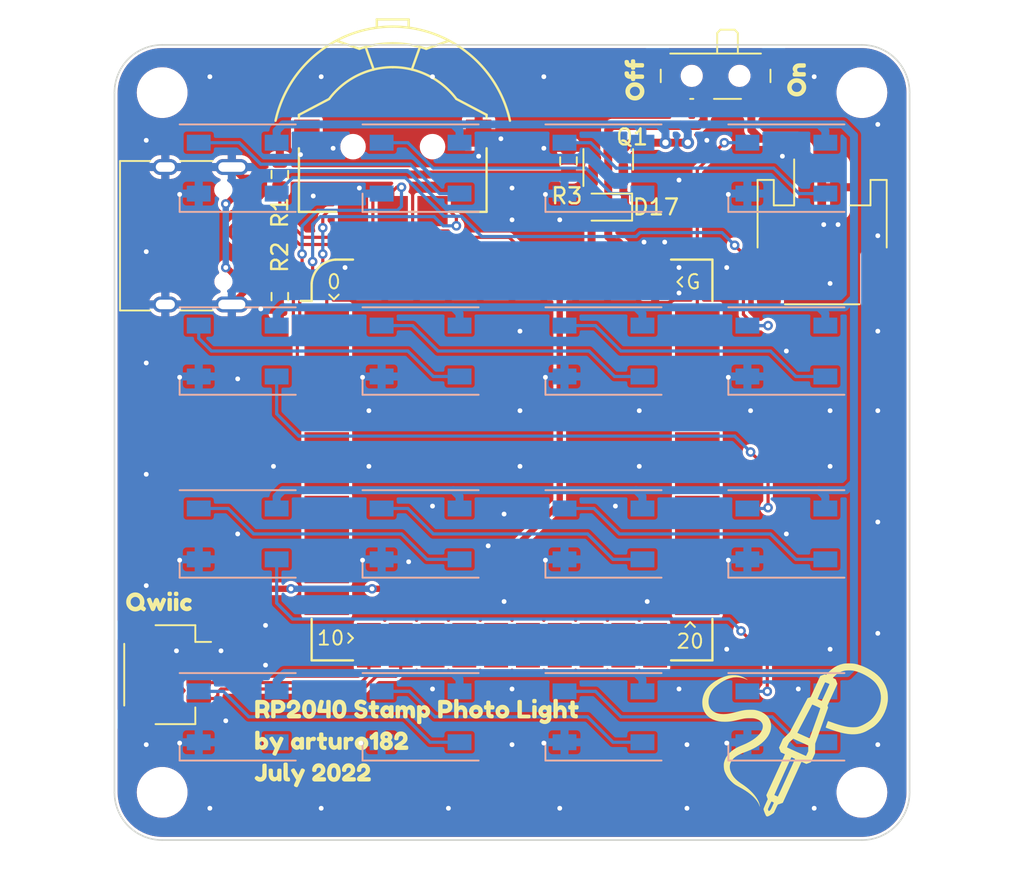
<source format=kicad_pcb>
(kicad_pcb (version 20211014) (generator pcbnew)
  (layers (0 "F.Cu" signal) (31 "B.Cu" signal) (34 "B.Paste" user) (35 "F.Paste" user) (36 "B.SilkS" user "B.Silkscreen") (37 "F.SilkS" user "F.Silkscreen") (38 "B.Mask" user) (39 "F.Mask" user) (44 "Edge.Cuts" user))
  (net 0 "")
  (net 1 "VDD")
  (net 2 "Net-(D1-Pad2)")
  (net 3 "GND")
  (net 4 "/NEOPIXEL")
  (net 5 "Net-(D2-Pad2)")
  (net 6 "Net-(D3-Pad2)")
  (net 7 "Net-(D4-Pad2)")
  (net 8 "Net-(D5-Pad2)")
  (net 9 "Net-(D6-Pad2)")
  (net 10 "Net-(D7-Pad2)")
  (net 11 "Net-(D10-Pad4)")
  (net 12 "+5V")
  (net 13 "Net-(D10-Pad2)")
  (net 14 "Net-(D11-Pad2)")
  (net 15 "Net-(D12-Pad2)")
  (net 16 "Net-(D13-Pad2)")
  (net 17 "Net-(D14-Pad2)")
  (net 18 "Net-(D15-Pad2)")
  (net 19 "Net-(J1-PadA5)")
  (net 20 "/USB_D+")
  (net 21 "/USB_D-")
  (net 23 "Net-(J1-PadB5)")
  (net 25 "+3.3V")
  (net 26 "/SDA")
  (net 27 "/SCL")
  (net 28 "Net-(J3-Pad1)")
  (net 29 "+BATT")
  (net 56 "Net-(D8-Pad2)")
  (net 59 "/SW_CENTER")
  (net 60 "/SW_LEFT")
  (net 61 "/SW_RIGHT")
  (footprint "Connector_USB:USB_C_Receptacle_HRO_TYPE-C-31-M-12" (layer "F.Cu") (at 99.25 77 -90)
    (fp_text reference "J1" hide)
    (fp_text value "USB_C_Receptacle_USB2.0")
  )
  (footprint "kibuzzard-62CB65A7" (layer "F.Cu") (at 97.8 100)
    (fp_text reference "kibuzzard-62CB65A7" hide)
    (fp_text value "G***" hide)
  )
  (footprint "Symbols_Extra:SolderParty-New-Logo_12.5x10.6mm_SilkScreen" (layer "F.Cu") (at 138.2 108.3)
    (fp_text reference "G***" hide)
    (fp_text value "LOGO" hide)
  )
  (footprint "Connector_JST:JST_SH_SM04B-SRSS-TB_1x04-1MP_P1.00mm_Horizontal" (layer "F.Cu") (at 98.3 104.6 -90)
    (fp_text reference "J2" hide)
    (fp_text value "Conn_Qwiic")
  )
  (footprint "Package_TO_SOT_SMD:SOT-23" (layer "F.Cu") (at 126.05 72.2 90)
    (fp_text reference "Q1")
    (fp_text value "BSS84")
  )
  (footprint "Button_Switch_SMD:SW_SPDT_PCM12" (layer "F.Cu") (at 132.8 67.275 180)
    (fp_text reference "SW1" hide)
    (fp_text value "SW_POWER")
  )
  (footprint "kibuzzard-62CB6586" (layer "F.Cu") (at 137.9 67.2 90)
    (fp_text reference "kibuzzard-62CB6586" hide)
    (fp_text value "G***" hide)
  )
  (footprint "kibuzzard-62CB6590" (layer "F.Cu") (at 127.7 67.2 90)
    (fp_text reference "kibuzzard-62CB6590" hide)
    (fp_text value "G***" hide)
  )
  (footprint "Button_Switch_SMD_Extra:MCPL3-AC-V" (layer "F.Cu") (at 112.50017 71.4)
    (fp_text reference "U2" hide)
    (fp_text value "SW_Rocker")
  )
  (footprint "Resistor_SMD:R_0603_1608Metric" (layer "F.Cu") (at 105.4 73.15 90)
    (fp_text reference "R1")
    (fp_text value "5.1K")
  )
  (footprint "MountingHole:MountingHole_2.7mm_M2.5" (layer "F.Cu") (at 142 112)
    (fp_text reference "REF**" hide)
    (fp_text value "MountingHole_2.7mm_M2.5")
  )
  (footprint "MountingHole:MountingHole_2.7mm_M2.5" (layer "F.Cu") (at 142 68)
    (fp_text reference "REF**" hide)
    (fp_text value "MountingHole_2.7mm_M2.5")
  )
  (footprint "MountingHole:MountingHole_2.7mm_M2.5" (layer "F.Cu") (at 98 68)
    (fp_text reference "REF**" hide)
    (fp_text value "MountingHole_2.7mm_M2.5")
  )
  (footprint "kibuzzard-62CB65FC" (layer "F.Cu") (at 114 108.9)
    (fp_text reference "kibuzzard-62CB65FC" hide)
    (fp_text value "G***" hide)
  )
  (footprint "Resistor_SMD:R_0603_1608Metric" (layer "F.Cu") (at 105.4 80.825 -90)
    (fp_text reference "R2")
    (fp_text value "5.1K")
  )
  (footprint "Connector_JST:JST_PH_S2B-PH-SM4-TB_1x02-1MP_P2.00mm_Horizontal" (layer "F.Cu") (at 139.5 76.8)
    (fp_text reference "J3" hide)
    (fp_text value "Conn_Batt")
  )
  (footprint "MountingHole:MountingHole_2.7mm_M2.5" (layer "F.Cu") (at 98 112)
    (fp_text reference "REF**" hide)
    (fp_text value "MountingHole_2.7mm_M2.5")
  )
  (footprint "Resistor_SMD:R_0603_1608Metric" (layer "F.Cu") (at 123.55 72.3 -90)
    (fp_text reference "R3")
    (fp_text value "100K")
  )
  (footprint "Diode_SMD:D_SOD-323" (layer "F.Cu") (at 126.05 75.2 180)
    (fp_text reference "D17")
    (fp_text value "D_Schottky_Small")
  )
  (footprint "RP2040_Stamp:RP2040_Stamp_SMD" (layer "F.Cu") (at 120 91.1)
    (fp_text reference "U1" hide)
    (fp_text value "RP2040_Stamp")
  )
  (footprint "LED_SMD:LED_WS2812B_PLCC4_5.0x5.0mm_P3.2mm" (layer "B.Cu") (at 114.25 95.75 180)
    (fp_text reference "D11" hide)
    (fp_text value "WS2812C")
  )
  (footprint "LED_SMD:LED_WS2812B_PLCC4_5.0x5.0mm_P3.2mm" (layer "B.Cu") (at 102.75 72.75 180)
    (fp_text reference "D4" hide)
    (fp_text value "WS2812C")
  )
  (footprint "LED_SMD:LED_WS2812B_PLCC4_5.0x5.0mm_P3.2mm" (layer "B.Cu") (at 125.75 84.25 180)
    (fp_text reference "D6" hide)
    (fp_text value "WS2812C")
  )
  (footprint "LED_SMD:LED_WS2812B_PLCC4_5.0x5.0mm_P3.2mm" (layer "B.Cu") (at 125.75 72.75 180)
    (fp_text reference "D2" hide)
    (fp_text value "WS2812C")
  )
  (footprint "LED_SMD:LED_WS2812B_PLCC4_5.0x5.0mm_P3.2mm" (layer "B.Cu") (at 137.25 72.75 180)
    (fp_text reference "D1" hide)
    (fp_text value "WS2812C")
  )
  (footprint "LED_SMD:LED_WS2812B_PLCC4_5.0x5.0mm_P3.2mm" (layer "B.Cu") (at 102.75 107.25 180)
    (fp_text reference "D16" hide)
    (fp_text value "WS2812C")
  )
  (footprint "LED_SMD:LED_WS2812B_PLCC4_5.0x5.0mm_P3.2mm" (layer "B.Cu") (at 102.75 84.25 180)
    (fp_text reference "D8" hide)
    (fp_text value "WS2812C")
  )
  (footprint "LED_SMD:LED_WS2812B_PLCC4_5.0x5.0mm_P3.2mm" (layer "B.Cu") (at 114.25 84.25 180)
    (fp_text reference "D7" hide)
    (fp_text value "WS2812C")
  )
  (footprint "LED_SMD:LED_WS2812B_PLCC4_5.0x5.0mm_P3.2mm" (layer "B.Cu") (at 125.75 107.25 180)
    (fp_text reference "D14" hide)
    (fp_text value "WS2812C")
  )
  (footprint "LED_SMD:LED_WS2812B_PLCC4_5.0x5.0mm_P3.2mm" (layer "B.Cu") (at 137.25 95.75 180)
    (fp_text reference "D9" hide)
    (fp_text value "WS2812C")
  )
  (footprint "LED_SMD:LED_WS2812B_PLCC4_5.0x5.0mm_P3.2mm" (layer "B.Cu") (at 114.25 107.25 180)
    (fp_text reference "D15" hide)
    (fp_text value "WS2812C")
  )
  (footprint "LED_SMD:LED_WS2812B_PLCC4_5.0x5.0mm_P3.2mm" (layer "B.Cu") (at 102.75 95.75 180)
    (fp_text reference "D12" hide)
    (fp_text value "WS2812C")
  )
  (footprint "LED_SMD:LED_WS2812B_PLCC4_5.0x5.0mm_P3.2mm" (layer "B.Cu") (at 125.75 95.75 180)
    (fp_text reference "D10" hide)
    (fp_text value "WS2812C")
  )
  (footprint "LED_SMD:LED_WS2812B_PLCC4_5.0x5.0mm_P3.2mm" (layer "B.Cu") (at 137.25 84.25 180)
    (fp_text reference "D5" hide)
    (fp_text value "WS2812C")
  )
  (footprint "LED_SMD:LED_WS2812B_PLCC4_5.0x5.0mm_P3.2mm" (layer "B.Cu") (at 114.25 72.75 180)
    (fp_text reference "D3" hide)
    (fp_text value "WS2812C")
  )
  (footprint "LED_SMD:LED_WS2812B_PLCC4_5.0x5.0mm_P3.2mm" (layer "B.Cu") (at 137.25 107.25 180)
    (fp_text reference "D13" hide)
    (fp_text value "WS2812C")
  )
  (gr_arc (start 142 65) (mid 144.121321 65.87868) (end 145 68) (layer "Edge.Cuts") (width 0.1))
  (gr_line (start 145 68) (end 145 112) (layer "Edge.Cuts") (width 0.1))
  (gr_line (start 95 112) (end 95 68) (layer "Edge.Cuts") (width 0.1))
  (gr_line (start 142 115) (end 98 115) (layer "Edge.Cuts") (width 0.1))
  (gr_line (start 98 65) (end 142 65) (layer "Edge.Cuts") (width 0.1))
  (gr_arc (start 98 115) (mid 95.87868 114.12132) (end 95 112) (layer "Edge.Cuts") (width 0.1))
  (gr_arc (start 145 112) (mid 144.12132 114.12132) (end 142 115) (layer "Edge.Cuts") (width 0.1))
  (gr_arc (start 95 68) (mid 95.87868 65.87868) (end 98 65) (layer "Edge.Cuts") (width 0.1))
  (segment (start 127 74.3) (end 127.1 74.4) (width 0.5) (layer "F.Cu") (net 1))
  (segment (start 127 71.6) (end 127.45 71.15) (width 0.5) (layer "F.Cu") (net 1))
  (segment (start 129.65 71.15) (end 131.05 71.15) (width 0.5) (layer "F.Cu") (net 1))
  (segment (start 127.45 71.15) (end 129.65 71.15) (width 0.5) (layer "F.Cu") (net 1))
  (segment (start 127 73.1375) (end 127 74.3) (width 0.5) (layer "F.Cu") (net 1))
  (segment (start 127.1 74.4) (end 127.1 75.2) (width 0.5) (layer "F.Cu") (net 1))
  (segment (start 127 73.1375) (end 127 71.6) (width 0.5) (layer "F.Cu") (net 1))
  (via (at 129.65 71.15) (size 0.8) (drill 0.4) (layers "F.Cu" "B.Cu") (net 1))
  (via (at 131.05 71.15) (size 0.8) (drill 0.4) (layers "F.Cu" "B.Cu") (net 1))
  (segment (start 139.3 70) (end 139.7 70.4) (width 0.5) (layer "B.Cu") (net 1))
  (segment (start 105.6 70) (end 116.3 70) (width 0.5) (layer "B.Cu") (net 1))
  (segment (start 128.2 105.65) (end 128.2 104.9) (width 0.5) (layer "B.Cu") (net 1))
  (segment (start 105.2 105.65) (end 105.2 105) (width 0.5) (layer "B.Cu") (net 1))
  (segment (start 129.2 70) (end 139.3 70) (width 0.5) (layer "B.Cu") (net 1))
  (segment (start 141 93) (end 141.5 92.5) (width 0.5) (layer "B.Cu") (net 1))
  (segment (start 139.3 81.5) (end 140.9 81.5) (width 0.5) (layer "B.Cu") (net 1))
  (segment (start 115.8 81.5) (end 116.3 81.5) (width 0.5) (layer "B.Cu") (net 1))
  (segment (start 128.2 93.4) (end 128.2 94.15) (width 0.5) (layer "B.Cu") (net 1))
  (segment (start 116.7 93.4) (end 116.7 94.15) (width 0.5) (layer "B.Cu") (net 1))
  (segment (start 140.9 81.5) (end 141.5 80.9) (width 0.5) (layer "B.Cu") (net 1))
  (segment (start 128.2 70.4) (end 128.2 71.15) (width 0.5) (layer "B.Cu") (net 1))
  (segment (start 116.3 81.5) (end 116.7 81.9) (width 0.5) (layer "B.Cu") (net 1))
  (segment (start 116.3 70) (end 127.8 70) (width 0.5) (layer "B.Cu") (net 1))
  (segment (start 105.6 93) (end 116.3 93) (width 0.5) (layer "B.Cu") (net 1))
  (segment (start 127.8 93) (end 128.2 93.4) (width 0.5) (layer "B.Cu") (net 1))
  (segment (start 116.7 70.4) (end 116.7 71.15) (width 0.5) (layer "B.Cu") (net 1))
  (segment (start 131.05 71.15) (end 131.05 70.45) (width 0.5) (layer "B.Cu") (net 1))
  (segment (start 116.3 70) (end 116.7 70.4) (width 0.5) (layer "B.Cu") (net 1))
  (segment (start 141.5 70.7) (end 140.8 70) (width 0.5) (layer "B.Cu") (net 1))
  (segment (start 141.5 91.6) (end 141.5 92.5) (width 0.5) (layer "B.Cu") (net 1))
  (segment (start 139.7 104.9) (end 139.3 104.5) (width 0.5) (layer "B.Cu") (net 1))
  (segment (start 105.6 81.5) (end 115.8 81.5) (width 0.5) (layer "B.Cu") (net 1))
  (segment (start 139.7 93.4) (end 139.7 94.15) (width 0.5) (layer "B.Cu") (net 1))
  (segment (start 116.3 93) (end 116.7 93.4) (width 0.5) (layer "B.Cu") (net 1))
  (segment (start 127.8 93) (end 139.3 93) (width 0.5) (layer "B.Cu") (net 1))
  (segment (start 116.7 81.9) (end 116.7 82.65) (width 0.5) (layer "B.Cu") (net 1))
  (segment (start 105.2 93.4) (end 105.6 93) (width 0.5) (layer "B.Cu") (net 1))
  (segment (start 139.3 104.5) (end 141.05 104.5) (width 0.5) (layer "B.Cu") (net 1))
  (segment (start 139.3 93) (end 139.7 93.4) (width 0.5) (layer "B.Cu") (net 1))
  (segment (start 105.2 105) (end 105.7 104.5) (width 0.5) (layer "B.Cu") (net 1))
  (segment (start 141.5 104.05) (end 141.5 92.5) (width 0.5) (layer "B.Cu") (net 1))
  (segment (start 105.7 104.5) (end 115.55 104.5) (width 0.5) (layer "B.Cu") (net 1))
  (segment (start 141.5 80.9) (end 141.5 91.6) (width 0.5) (layer "B.Cu") (net 1))
  (segment (start 129.65 70.45) (end 129.2 70) (width 0.5) (layer "B.Cu") (net 1))
  (segment (start 116.7 105.65) (end 116.7 104.9) (width 0.5) (layer "B.Cu") (net 1))
  (segment (start 127.8 70) (end 129.2 70) (width 0.5) (layer "B.Cu") (net 1))
  (segment (start 105.2 70.4) (end 105.6 70) (width 0.5) (layer "B.Cu") (net 1))
  (segment (start 105.2 82.65) (end 105.2 81.9) (width 0.5) (layer "B.Cu") (net 1))
  (segment (start 141.05 104.5) (end 141.5 104.05) (width 0.5) (layer "B.Cu") (net 1))
  (segment (start 140.8 70) (end 139.3 70) (width 0.5) (layer "B.Cu") (net 1))
  (segment (start 139.3 81.5) (end 139.7 81.9) (width 0.5) (layer "B.Cu") (net 1))
  (segment (start 128.2 81.9) (end 128.2 82.65) (width 0.5) (layer "B.Cu") (net 1))
  (segment (start 127.8 104.5) (end 139.3 104.5) (width 0.5) (layer "B.Cu") (net 1))
  (segment (start 105.2 71.15) (end 105.2 70.4) (width 0.5) (layer "B.Cu") (net 1))
  (segment (start 115.5 104.5) (end 116.3 104.5) (width 0.5) (layer "B.Cu") (net 1))
  (segment (start 127.8 81.5) (end 128.2 81.9) (width 0.5) (layer "B.Cu") (net 1))
  (segment (start 115.8 81.5) (end 127.8 81.5) (width 0.5) (layer "B.Cu") (net 1))
  (segment (start 131.05 70.45) (end 130.6 70) (width 0.5) (layer "B.Cu") (net 1))
  (segment (start 116.7 104.9) (end 116.3 104.5) (width 0.5) (layer "B.Cu") (net 1))
  (segment (start 105.2 94.15) (end 105.2 93.4) (width 0.5) (layer "B.Cu") (net 1))
  (segment (start 116.3 93) (end 127.8 93) (width 0.5) (layer "B.Cu") (net 1))
  (segment (start 129.65 71.15) (end 129.65 70.45) (width 0.5) (layer "B.Cu") (net 1))
  (segment (start 139.7 70.4) (end 139.7 71.15) (width 0.5) (layer "B.Cu") (net 1))
  (segment (start 116.3 104.5) (end 127.8 104.5) (width 0.5) (layer "B.Cu") (net 1))
  (segment (start 139.7 105.65) (end 139.7 104.9) (width 0.5) (layer "B.Cu") (net 1))
  (segment (start 139.7 81.9) (end 139.7 82.65) (width 0.5) (layer "B.Cu") (net 1))
  (segment (start 141.5 80.9) (end 141.5 70.7) (width 0.5) (layer "B.Cu") (net 1))
  (segment (start 128.2 104.9) (end 127.8 104.5) (width 0.5) (layer "B.Cu") (net 1))
  (segment (start 139.3 93) (end 141 93) (width 0.5) (layer "B.Cu") (net 1))
  (segment (start 127.8 81.5) (end 139.3 81.5) (width 0.5) (layer "B.Cu") (net 1))
  (segment (start 105.2 81.9) (end 105.6 81.5) (width 0.5) (layer "B.Cu") (net 1))
  (segment (start 127.8 70) (end 128.2 70.4) (width 0.5) (layer "B.Cu") (net 1))
  (segment (start 124.95 71.15) (end 126.55 72.75) (width 0.2) (layer "B.Cu") (net 2))
  (segment (start 123.3 71.15) (end 124.95 71.15) (width 0.2) (layer "B.Cu") (net 2))
  (segment (start 126.55 72.75) (end 136.45 72.75) (width 0.2) (layer "B.Cu") (net 2))
  (segment (start 136.45 72.75) (end 138.05 74.35) (width 0.2) (layer "B.Cu") (net 2))
  (segment (start 138.05 74.35) (end 139.7 74.35) (width 0.2) (layer "B.Cu") (net 2))
  (segment (start 103.295 80.405) (end 102.38 81.32) (width 0.4) (layer "F.Cu") (net 3))
  (segment (start 103.295 73.75) (end 103.295 73.595) (width 0.4) (layer "F.Cu") (net 3))
  (segment (start 106.7 71.9) (end 106.275 72.325) (width 0.2) (layer "F.Cu") (net 3))
  (segment (start 103.295 73.595) (end 102.38 72.68) (width 0.4) (layer "F.Cu") (net 3))
  (segment (start 103.295 80.25) (end 103.295 80.405) (width 0.4) (layer "F.Cu") (net 3))
  (segment (start 106.275 72.325) (end 105.4 72.325) (width 0.2) (layer "F.Cu") (net 3))
  (via (at 101 113) (size 0.6) (drill 0.3) (layers "F.Cu" "B.Cu") (net 3))
  (via (at 99.1 108.9) (size 0.6) (drill 0.3) (layers "F.Cu" "B.Cu") (net 3))
  (via (at 143 102) (size 0.6) (drill 0.3) (layers "F.Cu" "B.Cu") (net 3))
  (via (at 119.5 100) (size 0.6) (drill 0.3) (layers "F.Cu" "B.Cu") (net 3))
  (via (at 133.5 108.9) (size 0.6) (drill 0.3) (layers "F.Cu" "B.Cu") (net 3))
  (via (at 110.6 85.9) (size 0.6) (drill 0.3) (layers "F.Cu" "B.Cu") (net 3))
  (via (at 109.5 79) (size 0.6) (drill 0.3) (layers "F.Cu" "B.Cu") (net 3))
  (via (at 106.7 71.9) (size 0.6) (drill 0.3) (layers "F.Cu" "B.Cu") (net 3))
  (via (at 122 67) (size 0.6) (drill 0.3) (layers "F.Cu" "B.Cu") (net 3))
  (via (at 128.5 100) (size 0.6) (drill 0.3) (layers "F.Cu" "B.Cu") (net 3))
  (via (at 143 83) (size 0.6) (drill 0.3) (layers "F.Cu" "B.Cu") (net 3))
  (via (at 116 113) (size 0.6) (drill 0.3) (layers "F.Cu" "B.Cu") (net 3))
  (via (at 129.6 77.4) (size 0.6) (drill 0.3) (layers "F.Cu" "B.Cu") (net 3))
  (via (at 131 113) (size 0.6) (drill 0.3) (layers "F.Cu" "B.Cu") (net 3))
  (via (at 101.7 103.1) (size 0.6) (drill 0.3) (layers "F.Cu" "B.Cu") (net 3))
  (via (at 122.1 74.4) (size 0.6) (drill 0.3) (layers "F.Cu" "B.Cu") (net 3))
  (via (at 140 88) (size 0.6) (drill 0.3) (layers "F.Cu" "B.Cu") (net 3))
  (via (at 138 105.5) (size 0.6) (drill 0.3) (layers "F.Cu" "B.Cu") (net 3))
  (via (at 99.1 85.9) (size 0.6) (drill 0.3) (layers "F.Cu" "B.Cu") (net 3))
  (via (at 130.5 73.5) (size 0.6) (drill 0.3) (layers "F.Cu" "B.Cu") (net 3))
  (via (at 143 70) (size 0.6) (drill 0.3) (layers "F.Cu" "B.Cu") (net 3))
  (via (at 137.25 84.25) (size 0.6) (drill 0.3) (layers "F.Cu" "B.Cu") (net 3))
  (via (at 110.5 108.9) (size 0.6) (drill 0.3) (layers "F.Cu" "B.Cu") (net 3))
  (via (at 97 99) (size 0.6) (drill 0.3) (layers "F.Cu" "B.Cu") (net 3))
  (via (at 123 113) (size 0.6) (drill 0.3) (layers "F.Cu" "B.Cu") (net 3))
  (via (at 122.1 97.4) (size 0.6) (drill 0.3) (layers "F.Cu" "B.Cu") (net 3))
  (via (at 120 105.5) (size 0.6) (drill 0.3) (layers "F.Cu" "B.Cu") (net 3))
  (via (at 102.75 86) (size 0.6) (drill 0.3) (layers "F.Cu" "B.Cu") (net 3))
  (via (at 105 91.5) (size 0.6) (drill 0.3) (layers "F.Cu" "B.Cu") (net 3))
  (via (at 126.5 94) (size 0.6) (drill 0.3) (layers "F.Cu" "B.Cu") (net 3))
  (via (at 111 91.5) (size 0.6) (drill 0.3) (layers "F.Cu" "B.Cu") (net 3))
  (via (at 104.5 104) (size 0.6) (drill 0.3) (layers "F.Cu" "B.Cu") (net 3))
  (via (at 104.5 101.5) (size 0.6) (drill 0.3) (layers "F.Cu" "B.Cu") (net 3))
  (via (at 133.6 74.4) (size 0.6) (drill 0.3) (layers "F.Cu" "B.Cu") (net 3))
  (via (at 140 103) (size 0.6) (drill 0.3) (layers "F.Cu" "B.Cu") (net 3))
  (via (at 120 76) (size 0.6) (drill 0.3) (layers "F.Cu" "B.Cu") (net 3))
  (via (at 120.5 88) (size 0.6) (drill 0.3) (layers "F.Cu" "B.Cu") (net 3))
  (via (at 99.1 97.4) (size 0.6) (drill 0.3) (layers "F.Cu" "B.Cu") (net 3))
  (via (at 98.9 103.1) (size 0.6) (drill 0.3) (layers "F.Cu" "B.Cu") (net 3))
  (via (at 115 105.5) (size 0.6) (drill 0.3) (layers "F.Cu" "B.Cu") (net 3))
  (via (at 108 67) (size 0.6) (drill 0.3) (layers "F.Cu" "B.Cu") (net 3))
  (via (at 120 74) (size 0.6) (drill 0.3) (layers "F.Cu" "B.Cu") (net 3))
  (via (at 143 88) (size 0.6) (drill 0.3) (layers "F.Cu" "B.Cu") (net 3))
  (via (at 110.6 97.4) (size 0.6) (drill 0.3) (layers "F.Cu" "B.Cu") (net 3))
  (via (at 119.5 94.5) (size 0.6) (drill 0.3) (layers "F.Cu" "B.Cu") (net 3))
  (via (at 123 76) (size 0.6) (drill 0.3) (layers "F.Cu" "B.Cu") (net 3))
  (via (at 119.3 70.9) (size 0.6) (drill 0.3) (layers "F.Cu" "B.Cu") (net 3))
  (via (at 139 113) (size 0.6) (drill 0.3) (layers "F.Cu" "B.Cu") (net 3))
  (via (at 143 77) (size 0.6) (drill 0.3) (layers "F.Cu" "B.Cu") (net 3))
  (via (at 135 88) (size 0.6) (drill 0.3) (layers "F.Cu" "B.Cu") (net 3))
  (via (at 130.5 105.5) (size 0.6) (drill 0.3) (layers "F.Cu" "B.Cu") (net 3))
  (via (at 140 80) (size 0.6) (drill 0.3) (layers "F.Cu" "B.Cu") (net 3))
  (via (at 111 88) (size 0.6) (drill 0.3) (layers "F.Cu" "B.Cu") (net 3))
  (via (at 143 95) (size 0.6) (drill 0.3) (layers "F.Cu" "B.Cu") (net 3))
  (via (at 137.25 95.75) (size 0.6) (drill 0.3) (layers "F.Cu" "B.Cu") (net 3))
  (via (at 122 108.9) (size 0.6) (drill 0.3) (layers "F.Cu" "B.Cu") (net 3))
  (via (at 122.1 85.9) (size 0.6) (drill 0.3) (layers "F.Cu" "B.Cu") (net 3))
  (via (at 122 71.5) (size 0.6) (drill 0.3) (layers "F.Cu" "B.Cu") (net 3))
  (via (at 133.5 103) (size 0.6) (drill 0.3) (layers "F.Cu" "B.Cu") (net 3))
  (via (at 115 94) (size 0.6) (drill 0.3) (layers "F.Cu" "B.Cu") (net 3))
  (via (at 108.75 71.5) (size 0.6) (drill 0.3) (layers "F.Cu" "B.Cu") (net 3))
  (via (at 101 67) (size 0.6) (drill 0.3) (layers "F.Cu" "B.Cu") (net 3))
  (via (at 102 107.5) (size 0.6) (drill 0.3) (layers "F.Cu" "B.Cu") (net 3))
  (via (at 97 78) (size 0.6) (drill 0.3) (layers "F.Cu" "B.Cu") (net 3))
  (via (at 120.5 91.5) (size 0.6) (drill 0.3) (layers "F.Cu" "B.Cu") (net 3))
  (via (at 133.6 85.9) (size 0.6) (drill 0.3) (layers "F.Cu" "B.Cu") (net 3))
  (via (at 104.2 81.6) (size 0.6) (drill 0.3) (layers "F.Cu" "B.Cu") (net 3))
  (via (at 139.6 76.3) (size 0.6) (drill 0.3) (layers "F.Cu" "B.Cu") (net 3))
  (via (at 110.4 74.000498) (size 0.6) (drill 0.3) (layers "F.Cu" "B.Cu") (net 3))
  (via (at 120 109) (size 0.6) (drill 0.3) (layers "F.Cu" "B.Cu") (net 3))
  (via (at 139 67) (size 0.6) (drill 0.3) (layers "F.Cu" "B.Cu") (net 3))
  (via (at 102.75 95.75) (size 0.6) (drill 0.3) (layers "F.Cu" "B.Cu") (net 3))
  (via (at 113.5 97.5) (size 0.6) (drill 0.3) (layers "F.Cu" "B.Cu") (net 3))
  (via (at 99.1 74.4) (size 0.6) (drill 0.3) (layers "F.Cu" "B.Cu") (net 3))
  (via (at 140.5 76.3) (size 0.6) (drill 0.3) (layers "F.Cu" "B.Cu") (net 3))
  (via (at 128 91.5) (size 0.6) (drill 0.3) (layers "F.Cu" "B.Cu") (net 3))
  (via (at 143 109) (size 0.6) (drill 0.3) (layers "F.Cu" "B.Cu") (net 3))
  (via (at 140 91.5) (size 0.6) (drill 0.3) (layers "F.Cu" "B.Cu") (net 3))
  (via (at 128.3 77.4) (size 0.6) (drill 0.3) (layers "F.Cu" "B.Cu") (net 3))
  (via (at 97 109) (size 0.6) (drill 0.3) (layers "F.Cu" "B.Cu") (net 3))
  (via (at 118.5 96.5) (size 0.6) (drill 0.3) (layers "F.Cu" "B.Cu") (net 3))
  (via (at 130.5 79) (size 0.6) (drill 0.3) (layers "F.Cu" "B.Cu") (net 3))
  (via (at 120.5 83) (size 0.6) (drill 0.3) (layers "F.Cu" "B.Cu") (net 3))
  (via (at 128 88) (size 0.6) (drill 0.3) (layers "F.Cu" "B.Cu") (net 3))
  (via (at 137 72) (size 0.6) (drill 0.3) (layers "F.Cu" "B.Cu") (net 3))
  (via (at 133.6 97.4) (size 0.6) (drill 0.3) (layers "F.Cu" "B.Cu") (net 3))
  (via (at 97 85) (size 0.6) (drill 0.3) (layers "F.Cu" "B.Cu") (net 3))
  (via (at 97 92) (size 0.6) (drill 0.3) (layers "F.Cu" "B.Cu") (net 3))
  (via (at 115 67) (size 0.6) (drill 0.3) (layers "F.Cu" "B.Cu") (net 3))
  (via (at 108 113) (size 0.6) (drill 0.3) (layers "F.Cu" "B.Cu") (net 3))
  (via (at 107.5 74.5) (size 0.6) (drill 0.3) (layers "F.Cu" "B.Cu") (net 3))
  (via (at 117.9 72) (size 0.6) (drill 0.3) (layers "F.Cu" "B.Cu") (net 3))
  (via (at 131 109) (size 0.6) (drill 0.3) (layers "F.Cu" "B.Cu") (net 3))
  (via (at 130.5 80.6) (size 0.6) (drill 0.3) (layers "F.Cu" "B.Cu") (net 3))
  (via (at 132.25 71) (size 0.6) (drill 0.3) (layers "F.Cu" "B.Cu") (net 3))
  (via (at 133.5 79) (size 0.6) (drill 0.3) (layers "F.Cu" "B.Cu") (net 3))
  (via (at 97 71) (size 0.6) (drill 0.3) (layers "F.Cu" "B.Cu") (net 3))
  (segment (start 111.8 74.35) (end 110.749502 74.35) (width 0.2) (layer "B.Cu") (net 3))
  (segment (start 110.749502 74.35) (end 110.4 74.000498) (width 0.2) (layer "B.Cu") (net 3))
  (segment (start 131.65 72.85) (end 131.65 82.1) (width 0.2) (layer "F.Cu") (net 4))
  (segment (start 133.35 71.15) (end 131.65 72.85) (width 0.2) (layer "F.Cu") (net 4))
  (via (at 133.35 71.15) (size 0.6) (drill 0.3) (layers "F.Cu" "B.Cu") (net 4))
  (segment (start 134.8 71.15) (end 133.35 71.15) (width 0.2) (layer "B.Cu") (net 4))
  (segment (start 126.25 74.35) (end 128.2 74.35) (width 0.2) (layer "B.Cu") (net 5))
  (segment (start 115.05 72.75) (end 124.65 72.75) (width 0.2) (layer "B.Cu") (net 5))
  (segment (start 124.65 72.75) (end 126.25 74.35) (width 0.2) (layer "B.Cu") (net 5))
  (segment (start 111.8 71.15) (end 113.45 71.15) (width 0.2) (layer "B.Cu") (net 5))
  (segment (start 113.45 71.15) (end 115.05 72.75) (width 0.2) (layer "B.Cu") (net 5))
  (segment (start 116.7 74.35) (end 115.45 74.35) (width 0.2) (layer "B.Cu") (net 6))
  (segment (start 104.2 72.5) (end 102.85 71.15) (width 0.2) (layer "B.Cu") (net 6))
  (segment (start 113.6 72.5) (end 104.2 72.5) (width 0.2) (layer "B.Cu") (net 6))
  (segment (start 115.45 74.35) (end 113.6 72.5) (width 0.2) (layer "B.Cu") (net 6))
  (segment (start 102.85 71.15) (end 100.3 71.15) (width 0.2) (layer "B.Cu") (net 6))
  (segment (start 134 77.6) (end 134.55 78.15) (width 0.2) (layer "F.Cu") (net 7))
  (segment (start 134.55 78.15) (end 134.55 81.95) (width 0.2) (layer "F.Cu") (net 7))
  (segment (start 134.55 81.95) (end 135.25 82.65) (width 0.2) (layer "F.Cu") (net 7))
  (segment (start 135.25 82.65) (end 136.1 82.65) (width 0.2) (layer "F.Cu") (net 7))
  (via (at 134 77.6) (size 0.6) (drill 0.3) (layers "F.Cu" "B.Cu") (net 7))
  (via (at 136.1 82.65) (size 0.6) (drill 0.3) (layers "F.Cu" "B.Cu") (net 7))
  (segment (start 134.8 82.65) (end 136.1 82.65) (width 0.2) (layer "B.Cu") (net 7))
  (segment (start 106.199511 73.350489) (end 105.2 74.35) (width 0.2) (layer "B.Cu") (net 7))
  (segment (start 133.200489 76.800489) (end 128.051673 76.800489) (width 0.2) (layer "B.Cu") (net 7))
  (segment (start 115.723329 75.775989) (end 113.297829 73.350489) (width 0.2) (layer "B.Cu") (net 7))
  (segment (start 118.1 77.05) (end 116.825989 75.775989) (width 0.2) (layer "B.Cu") (net 7))
  (segment (start 113.297829 73.350489) (end 106.199511 73.350489) (width 0.2) (layer "B.Cu") (net 7))
  (segment (start 128.051673 76.800489) (end 127.802162 77.05) (width 0.2) (layer "B.Cu") (net 7))
  (segment (start 134 77.6) (end 133.200489 76.800489) (width 0.2) (layer "B.Cu") (net 7))
  (segment (start 116.825989 75.775989) (end 115.723329 75.775989) (width 0.2) (layer "B.Cu") (net 7))
  (segment (start 127.802162 77.05) (end 118.1 77.05) (width 0.2) (layer "B.Cu") (net 7))
  (segment (start 123.3 82.65) (end 125.25 82.65) (width 0.2) (layer "B.Cu") (net 8))
  (segment (start 126.85 84.25) (end 136.25 84.25) (width 0.2) (layer "B.Cu") (net 8))
  (segment (start 125.25 82.65) (end 126.85 84.25) (width 0.2) (layer "B.Cu") (net 8))
  (segment (start 136.25 84.25) (end 137.85 85.85) (width 0.2) (layer "B.Cu") (net 8))
  (segment (start 137.85 85.85) (end 139.7 85.85) (width 0.2) (layer "B.Cu") (net 8))
  (segment (start 115.35 84.25) (end 124.85 84.25) (width 0.2) (layer "B.Cu") (net 9))
  (segment (start 111.8 82.65) (end 113.75 82.65) (width 0.2) (layer "B.Cu") (net 9))
  (segment (start 126.45 85.85) (end 128.2 85.85) (width 0.2) (layer "B.Cu") (net 9))
  (segment (start 124.85 84.25) (end 126.45 85.85) (width 0.2) (layer "B.Cu") (net 9))
  (segment (start 113.75 82.65) (end 115.35 84.25) (width 0.2) (layer "B.Cu") (net 9))
  (segment (start 100.3 82.65) (end 100.3 83.45) (width 0.2) (layer "B.Cu") (net 10))
  (segment (start 101.1 84.25) (end 113.45 84.25) (width 0.2) (layer "B.Cu") (net 10))
  (segment (start 115.05 85.85) (end 116.7 85.85) (width 0.2) (layer "B.Cu") (net 10))
  (segment (start 100.3 83.45) (end 101.1 84.25) (width 0.2) (layer "B.Cu") (net 10))
  (segment (start 113.45 84.25) (end 115.05 85.85) (width 0.2) (layer "B.Cu") (net 10))
  (segment (start 126.75 95.75) (end 136.25 95.75) (width 0.2) (layer "B.Cu") (net 11))
  (segment (start 137.85 97.35) (end 139.7 97.35) (width 0.2) (layer "B.Cu") (net 11))
  (segment (start 136.25 95.75) (end 137.85 97.35) (width 0.2) (layer "B.Cu") (net 11))
  (segment (start 123.3 94.15) (end 125.15 94.15) (width 0.2) (layer "B.Cu") (net 11))
  (segment (start 125.15 94.15) (end 126.75 95.75) (width 0.2) (layer "B.Cu") (net 11))
  (segment (start 104.75 73.15) (end 106.05 73.15) (width 0.4) (layer "F.Cu") (net 12))
  (segment (start 125.1 73.1375) (end 125.1 74.4) (width 0.5) (layer "F.Cu") (net 12))
  (segment (start 102.505339 79.45) (end 102.055339 79) (width 0.4) (layer "F.Cu") (net 12))
  (segment (start 103.295 79.45) (end 102.505339 79.45) (width 0.4) (layer "F.Cu") (net 12))
  (segment (start 125.1 73.1375) (end 123.5625 73.1375) (width 0.5) (layer "F.Cu") (net 12))
  (segment (start 104.4 73.5) (end 104.75 73.15) (width 0.4) (layer "F.Cu") (net 12))
  (segment (start 125 75.2) (end 125 74.5) (width 0.4) (layer "F.Cu") (net 12))
  (segment (start 103.295 74.55) (end 104.15 74.55) (width 0.4) (layer "F.Cu") (net 12))
  (segment (start 103.295 74.55) (end 102.505339 74.55) (width 0.4) (layer "F.Cu") (net 12))
  (segment (start 123.55 73.125) (end 123.525 73.15) (width 0.5) (layer "F.Cu") (net 12))
  (segment (start 125 79.45) (end 125 75.2) (width 0.4) (layer "F.Cu") (net 12))
  (segment (start 102.505339 74.55) (end 102.055339 75) (width 0.4) (layer "F.Cu") (net 12))
  (segment (start 102.055339 79) (end 102 79) (width 0.4) (layer "F.Cu") (net 12))
  (segment (start 125 74.5) (end 125 79.45) (width 0.5) (layer "F.Cu") (net 12))
  (segment (start 125.1 74.4) (end 125 74.5) (width 0.5) (layer "F.Cu") (net 12))
  (segment (start 104.4 74.3) (end 104.4 73.5) (width 0.4) (layer "F.Cu") (net 12))
  (segment (start 123.5625 73.1375) (end 123.55 73.125) (width 0.5) (layer "F.Cu") (net 12))
  (segment (start 123.525 73.15) (end 106.05 73.15) (width 0.5) (layer "F.Cu") (net 12))
  (segment (start 102.055339 75) (end 102 75) (width 0.4) (layer "F.Cu") (net 12))
  (segment (start 104.15 74.55) (end 104.4 74.3) (width 0.4) (layer "F.Cu") (net 12))
  (via (at 102 75) (size 0.6) (drill 0.3) (layers "F.Cu" "B.Cu") (net 12))
  (via (at 102 79) (size 0.6) (drill 0.3) (layers "F.Cu" "B.Cu") (net 12))
  (segment (start 102 79) (end 102 75) (width 0.4) (layer "B.Cu") (net 12))
  (segment (start 115.05 95.75) (end 113.45 94.15) (width 0.2) (layer "B.Cu") (net 13))
  (segment (start 126.35 97.35) (end 124.75 95.75) (width 0.2) (layer "B.Cu") (net 13))
  (segment (start 113.45 94.15) (end 111.8 94.15) (width 0.2) (layer "B.Cu") (net 13))
  (segment (start 128.2 97.35) (end 126.35 97.35) (width 0.2) (layer "B.Cu") (net 13))
  (segment (start 124.75 95.75) (end 115.05 95.75) (width 0.2) (layer "B.Cu") (net 13))
  (segment (start 116.7 97.35) (end 114.65 97.35) (width 0.2) (layer "B.Cu") (net 14))
  (segment (start 114.65 97.35) (end 113.05 95.75) (width 0.2) (layer "B.Cu") (net 14))
  (segment (start 113.05 95.75) (end 103.75 95.75) (width 0.2) (layer "B.Cu") (net 14))
  (segment (start 102.15 94.15) (end 100.3 94.15) (width 0.2) (layer "B.Cu") (net 14))
  (segment (start 103.75 95.75) (end 102.15 94.15) (width 0.2) (layer "B.Cu") (net 14))
  (segment (start 136.05 103.5) (end 134.4 101.85) (width 0.2) (layer "F.Cu") (net 15))
  (segment (start 136.05 105.65) (end 136.05 103.5) (width 0.2) (layer "F.Cu") (net 15))
  (via (at 134.4 101.85) (size 0.6) (drill 0.3) (layers "F.Cu" "B.Cu") (net 15))
  (via (at 136.05 105.65) (size 0.6) (drill 0.3) (layers "F.Cu" "B.Cu") (net 15))
  (segment (start 106.2 101.1) (end 105.2 100.1) (width 0.2) (layer "B.Cu") (net 15))
  (segment (start 133.65 101.1) (end 106.2 101.1) (width 0.2) (layer "B.Cu") (net 15))
  (segment (start 105.2 100.1) (end 105.2 97.35) (width 0.2) (layer "B.Cu") (net 15))
  (segment (start 134.8 105.65) (end 136.05 105.65) (width 0.2) (layer "B.Cu") (net 15))
  (segment (start 134.4 101.85) (end 133.65 101.1) (width 0.2) (layer "B.Cu") (net 15))
  (segment (start 123.3 105.65) (end 125.25 105.65) (width 0.2) (layer "B.Cu") (net 16))
  (segment (start 125.25 105.65) (end 126.85 107.25) (width 0.2) (layer "B.Cu") (net 16))
  (segment (start 137.95 108.85) (end 139.7 108.85) (width 0.2) (layer "B.Cu") (net 16))
  (segment (start 136.35 107.25) (end 137.95 108.85) (width 0.2) (layer "B.Cu") (net 16))
  (segment (start 126.85 107.25) (end 136.35 107.25) (width 0.2) (layer "B.Cu") (net 16))
  (segment (start 115.15 107.25) (end 124.75 107.25) (width 0.2) (layer "B.Cu") (net 17))
  (segment (start 111.8 105.65) (end 113.55 105.65) (width 0.2) (layer "B.Cu") (net 17))
  (segment (start 126.35 108.85) (end 128.2 108.85) (width 0.2) (layer "B.Cu") (net 17))
  (segment (start 113.55 105.65) (end 115.15 107.25) (width 0.2) (layer "B.Cu") (net 17))
  (segment (start 124.75 107.25) (end 126.35 108.85) (width 0.2) (layer "B.Cu") (net 17))
  (segment (start 103.45 107.25) (end 113.25 107.25) (width 0.2) (layer "B.Cu") (net 18))
  (segment (start 114.85 108.85) (end 116.7 108.85) (width 0.2) (layer "B.Cu") (net 18))
  (segment (start 101.85 105.65) (end 103.45 107.25) (width 0.2) (layer "B.Cu") (net 18))
  (segment (start 100.3 105.65) (end 101.85 105.65) (width 0.2) (layer "B.Cu") (net 18))
  (segment (start 113.25 107.25) (end 114.85 108.85) (width 0.2) (layer "B.Cu") (net 18))
  (segment (start 105.4 75.2) (end 105.4 73.975) (width 0.2) (layer "F.Cu") (net 19))
  (segment (start 104.85 75.75) (end 105.4 75.2) (width 0.2) (layer "F.Cu") (net 19))
  (segment (start 103.295 75.75) (end 104.85 75.75) (width 0.2) (layer "F.Cu") (net 19))
  (segment (start 103.295 77.75) (end 104.15 77.75) (width 0.2) (layer "F.Cu") (net 20))
  (segment (start 104.382501 76.75) (end 104.407501 76.725) (width 0.2) (layer "F.Cu") (net 20))
  (segment (start 103.295 76.75) (end 104.382501 76.75) (width 0.2) (layer "F.Cu") (net 20))
  (segment (start 104.382501 77.517499) (end 104.382501 76.75) (width 0.2) (layer "F.Cu") (net 20))
  (segment (start 105.825 76.725) (end 106.65 77.55) (width 0.2) (layer "F.Cu") (net 20))
  (segment (start 104.15 77.75) (end 104.382501 77.517499) (width 0.2) (layer "F.Cu") (net 20))
  (segment (start 106.65 77.55) (end 119.6318 77.55) (width 0.2) (layer "F.Cu") (net 20))
  (segment (start 119 78.8) (end 119 79.45) (width 0.2) (layer "F.Cu") (net 20))
  (segment (start 119.775 78.025) (end 119 78.8) (width 0.2) (layer "F.Cu") (net 20))
  (segment (start 104.407501 76.725) (end 105.825 76.725) (width 0.2) (layer "F.Cu") (net 20))
  (segment (start 119.6318 77.55) (end 119.775 77.6932) (width 0.2) (layer "F.Cu") (net 20))
  (segment (start 119.775 77.6932) (end 119.775 78.025) (width 0.2) (layer "F.Cu") (net 20))
  (segment (start 103.295 76.25) (end 102.520978 76.25) (width 0.2) (layer "F.Cu") (net 21))
  (segment (start 106.075 76.275) (end 106.9 77.1) (width 0.2) (layer "F.Cu") (net 21))
  (segment (start 104.407501 76.275) (end 106.075 76.275) (width 0.2) (layer "F.Cu") (net 21))
  (segment (start 120.225 78.025) (end 121 78.8) (width 0.2) (layer "F.Cu") (net 21))
  (segment (start 102.520978 76.25) (end 102.3 76.470978) (width 0.2) (layer "F.Cu") (net 21))
  (segment (start 104.382501 76.25) (end 104.407501 76.275) (width 0.2) (layer "F.Cu") (net 21))
  (segment (start 106.9 77.1) (end 119.8182 77.1) (width 0.2) (layer "F.Cu") (net 21))
  (segment (start 103.295 76.25) (end 104.382501 76.25) (width 0.2) (layer "F.Cu") (net 21))
  (segment (start 102.3 76.470978) (end 102.3 77.029022) (width 0.2) (layer "F.Cu") (net 21))
  (segment (start 102.3 77.029022) (end 102.520978 77.25) (width 0.2) (layer "F.Cu") (net 21))
  (segment (start 121 78.8) (end 121 79.45) (width 0.2) (layer "F.Cu") (net 21))
  (segment (start 102.520978 77.25) (end 103.295 77.25) (width 0.2) (layer "F.Cu") (net 21))
  (segment (start 120.225 77.5068) (end 120.225 78.025) (width 0.2) (layer "F.Cu") (net 21))
  (segment (start 119.8182 77.1) (end 120.225 77.5068) (width 0.2) (layer "F.Cu") (net 21))
  (segment (start 105.4 79.2) (end 105.4 80) (width 0.2) (layer "F.Cu") (net 23))
  (segment (start 103.295 78.75) (end 104.95 78.75) (width 0.2) (layer "F.Cu") (net 23))
  (segment (start 104.95 78.75) (end 105.4 79.2) (width 0.2) (layer "F.Cu") (net 23))
  (segment (start 106.1 99.2) (end 104.1 99.2) (width 0.4) (layer "F.Cu") (net 25))
  (segment (start 111.2 99.2) (end 117.6 99.2) (width 0.4) (layer "F.Cu") (net 25))
  (segment (start 117.6 99.2) (end 123 93.8) (width 0.4) (layer "F.Cu") (net 25))
  (segment (start 103.5 99.8) (end 103.5 103.4) (width 0.4) (layer "F.Cu") (net 25))
  (segment (start 103.5 103.4) (end 102.8 104.1) (width 0.4) (layer "F.Cu") (net 25))
  (segment (start 123 93.8) (end 123 79.45) (width 0.4) (layer "F.Cu") (net 25))
  (segment (start 104.1 99.2) (end 103.5 99.8) (width 0.4) (layer "F.Cu") (net 25))
  (segment (start 102.8 104.1) (end 100.3 104.1) (width 0.4) (layer "F.Cu") (net 25))
  (via (at 106.1 99.2) (size 0.6) (drill 0.3) (layers "F.Cu" "B.Cu") (net 25))
  (via (at 111.2 99.2) (size 0.6) (drill 0.3) (layers "F.Cu" "B.Cu") (net 25))
  (segment (start 111.2 99.2) (end 106.1 99.2) (width 0.4) (layer "B.Cu") (net 25))
  (segment (start 110.5 105.1) (end 111 104.6) (width 0.2) (layer "F.Cu") (net 26))
  (segment (start 100.3 105.1) (end 110.5 105.1) (width 0.2) (layer "F.Cu") (net 26))
  (segment (start 111 104.6) (end 111 102.75) (width 0.2) (layer "F.Cu") (net 26))
  (segment (start 111.465006 104.7) (end 112.7 104.7) (width 0.2) (layer "F.Cu") (net 27))
  (segment (start 113 104.4) (end 113 102.75) (width 0.2) (layer "F.Cu") (net 27))
  (segment (start 101.29952 106.1) (end 101.5 105.89952) (width 0.2) (layer "F.Cu") (net 27))
  (segment (start 112.7 104.7) (end 113 104.4) (width 0.2) (layer "F.Cu") (net 27))
  (segment (start 101.5 105.89952) (end 101.5 105.7) (width 0.2) (layer "F.Cu") (net 27))
  (segment (start 101.70048 105.49952) (end 110.665487 105.499519) (width 0.2) (layer "F.Cu") (net 27))
  (segment (start 101.5 105.7) (end 101.70048 105.49952) (width 0.2) (layer "F.Cu") (net 27))
  (segment (start 110.665487 105.499519) (end 111.465006 104.7) (width 0.2) (layer "F.Cu") (net 27))
  (segment (start 100.3 106.1) (end 101.29952 106.1) (width 0.2) (layer "F.Cu") (net 27))
  (segment (start 138.5 73.95) (end 138.5 71.5) (width 0.5) (layer "F.Cu") (net 28))
  (segment (start 137.9 70.9) (end 135.6 70.9) (width 0.5) (layer "F.Cu") (net 28))
  (segment (start 138.5 71.5) (end 137.9 70.9) (width 0.5) (layer "F.Cu") (net 28))
  (segment (start 135.6 70.9) (end 135.05 70.35) (width 0.5) (layer "F.Cu") (net 28))
  (segment (start 135.05 70.35) (end 135.05 68.705) (width 0.5) (layer "F.Cu") (net 28))
  (segment (start 126.05 70.35) (end 126.05 71.2625) (width 0.5) (layer "F.Cu") (net 29))
  (segment (start 126.05 77.05) (end 126.4 77.4) (width 0.5) (layer "F.Cu") (net 29))
  (segment (start 131.7 70.1) (end 126.3 70.1) (width 0.5) (layer "F.Cu") (net 29))
  (segment (start 132.05 69.75) (end 131.7 70.1) (width 0.5) (layer "F.Cu") (net 29))
  (segment (start 126.7 77.4) (end 127 77.7) (width 0.5) (layer "F.Cu") (net 29))
  (segment (start 126.05 71.2625) (end 126.05 77.05) (width 0.5) (layer "F.Cu") (net 29))
  (segment (start 126.3 70.1) (end 126.05 70.35) (width 0.5) (layer "F.Cu") (net 29))
  (segment (start 127 77.7) (end 127 79.45) (width 0.5) (layer "F.Cu") (net 29))
  (segment (start 126.4 77.4) (end 126.7 77.4) (width 0.5) (layer "F.Cu") (net 29))
  (segment (start 132.05 68.705) (end 132.05 69.75) (width 0.5) (layer "F.Cu") (net 29))
  (segment (start 136.1 91.7) (end 136.1 94.1) (width 0.2) (layer "F.Cu") (net 56))
  (segment (start 135 90.6) (end 136.1 91.7) (width 0.2) (layer "F.Cu") (net 56))
  (via (at 136.1 94.1) (size 0.6) (drill 0.3) (layers "F.Cu" "B.Cu") (net 56))
  (via (at 135 90.6) (size 0.6) (drill 0.3) (layers "F.Cu" "B.Cu") (net 56))
  (segment (start 136.05 94.15) (end 134.8 94.15) (width 0.2) (layer "B.Cu") (net 56))
  (segment (start 106.6 89.6) (end 105.2 88.2) (width 0.2) (layer "B.Cu") (net 56))
  (segment (start 135 90.6) (end 134 89.6) (width 0.2) (layer "B.Cu") (net 56))
  (segment (start 136.1 94.1) (end 136.05 94.15) (width 0.2) (layer "B.Cu") (net 56))
  (segment (start 134 89.6) (end 106.6 89.6) (width 0.2) (layer "B.Cu") (net 56))
  (segment (start 105.2 88.2) (end 105.2 85.85) (width 0.2) (layer "B.Cu") (net 56))
  (segment (start 112.50017 74.19983) (end 112.50017 75.45) (width 0.2) (layer "F.Cu") (net 59))
  (segment (start 106.5 83.564028) (end 106.5 85.9) (width 0.2) (layer "F.Cu") (net 59))
  (segment (start 106.25097 80.984024) (end 106.250969 83.314997) (width 0.2) (layer "F.Cu") (net 59))
  (segment (start 106.7 86.1) (end 108.35 86.1) (width 0.2) (layer "F.Cu") (net 59))
  (segment (start 106.8 78.1495) (end 106.8 80.434994) (width 0.2) (layer "F.Cu") (net 59))
  (segment (start 112.75 73.95) (end 112.50017 74.19983) (width 0.2) (layer "F.Cu") (net 59))
  (segment (start 113.049502 73.95) (end 112.75 73.95) (width 0.2) (layer "F.Cu") (net 59))
  (segment (start 106.250969 83.314997) (end 106.5 83.564028) (width 0.2) (layer "F.Cu") (net 59))
  (segment (start 106.8 80.434994) (end 106.25097 80.984024) (width 0.2) (layer "F.Cu") (net 59))
  (segment (start 106.5 85.9) (end 106.7 86.1) (width 0.2) (layer "F.Cu") (net 59))
  (via (at 113.049502 73.95) (size 0.6) (drill 0.3) (layers "F.Cu" "B.Cu") (net 59))
  (via (at 106.8 78.1495) (size 0.6) (drill 0.3) (layers "F.Cu" "B.Cu") (net 59))
  (segment (start 113.049502 75.150498) (end 112.8 75.4) (width 0.2) (layer "B.Cu") (net 59))
  (segment (start 112.8 75.4) (end 107.784994 75.4) (width 0.2) (layer "B.Cu") (net 59))
  (segment (start 113.049502 73.95) (end 113.049502 75.150498) (width 0.2) (layer "B.Cu") (net 59))
  (segment (start 107.784994 75.4) (end 106.8 76.384994) (width 0.2) (layer "B.Cu") (net 59))
  (segment (start 106.8 76.384994) (end 106.8 78.1495) (width 0.2) (layer "B.Cu") (net 59))
  (segment (start 107.460654 78.629542) (end 107.460654 80.339346) (width 0.2) (layer "F.Cu") (net 60))
  (segment (start 116.5 75.85) (end 116.1 75.45) (width 0.2) (layer "F.Cu") (net 60))
  (segment (start 106.650489 83.149511) (end 107.600978 84.1) (width 0.2) (layer "F.Cu") (net 60))
  (segment (start 116.1 75.45) (end 115.00017 75.45) (width 0.2) (layer "F.Cu") (net 60))
  (segment (start 107.460654 80.339346) (end 106.650489 81.149511) (width 0.2) (layer "F.Cu") (net 60))
  (segment (start 107.600978 84.1) (end 108.35 84.1) (width 0.2) (layer "F.Cu") (net 60))
  (segment (start 116.5 76.3755) (end 116.5 75.85) (width 0.2) (layer "F.Cu") (net 60))
  (segment (start 106.650489 81.149511) (end 106.650489 83.149511) (width 0.2) (layer "F.Cu") (net 60))
  (via (at 107.460654 78.629542) (size 0.6) (drill 0.3) (layers "F.Cu" "B.Cu") (net 60))
  (via (at 116.5 76.3755) (size 0.6) (drill 0.3) (layers "F.Cu" "B.Cu") (net 60))
  (segment (start 107.460654 78.629542) (end 107.460654 76.289346) (width 0.2) (layer "B.Cu") (net 60))
  (segment (start 115.6755 76.3755) (end 116.5 76.3755) (width 0.2) (layer "B.Cu") (net 60))
  (segment (start 115.09952 75.79952) (end 115.6755 76.3755) (width 0.2) (layer "B.Cu") (net 60))
  (segment (start 107.460654 76.289346) (end 107.95048 75.79952) (width 0.2) (layer "B.Cu") (net 60))
  (segment (start 107.95048 75.79952) (end 115.09952 75.79952) (width 0.2) (layer "B.Cu") (net 60))
  (segment (start 108.1 76.5) (end 108.1 75.8) (width 0.2) (layer "F.Cu") (net 61))
  (segment (start 108.35 80.55) (end 108.35 82.1) (width 0.2) (layer "F.Cu") (net 61))
  (segment (start 108.1 75.8) (end 108.45 75.45) (width 0.2) (layer "F.Cu") (net 61))
  (segment (start 108.45 75.45) (end 110.00017 75.45) (width 0.2) (layer "F.Cu") (net 61))
  (segment (start 108.1 78.1495) (end 108.1 80.3) (width 0.2) (layer "F.Cu") (net 61))
  (segment (start 108.1 80.3) (end 108.35 80.55) (width 0.2) (layer "F.Cu") (net 61))
  (via (at 108.1 76.5) (size 0.6) (drill 0.3) (layers "F.Cu" "B.Cu") (net 61))
  (via (at 108.1 78.1495) (size 0.6) (drill 0.3) (layers "F.Cu" "B.Cu") (net 61))
  (segment (start 108.1 78.1495) (end 108.1 76.5) (width 0.2) (layer "B.Cu") (net 61))
  (zone (net 3) (net_name "GND") (layers F&B.Cu) (connect_pads (clearance 0.2)) (min_thickness 0.2) (fill yes (thermal_gap 0.25) (thermal_bridge_width 0.508))
    (polygon (pts (xy 147.5 117.5) (xy 92.5 117.5) (xy 92.5 62.5) (xy 147.5 62.5)))
  )
)
</source>
